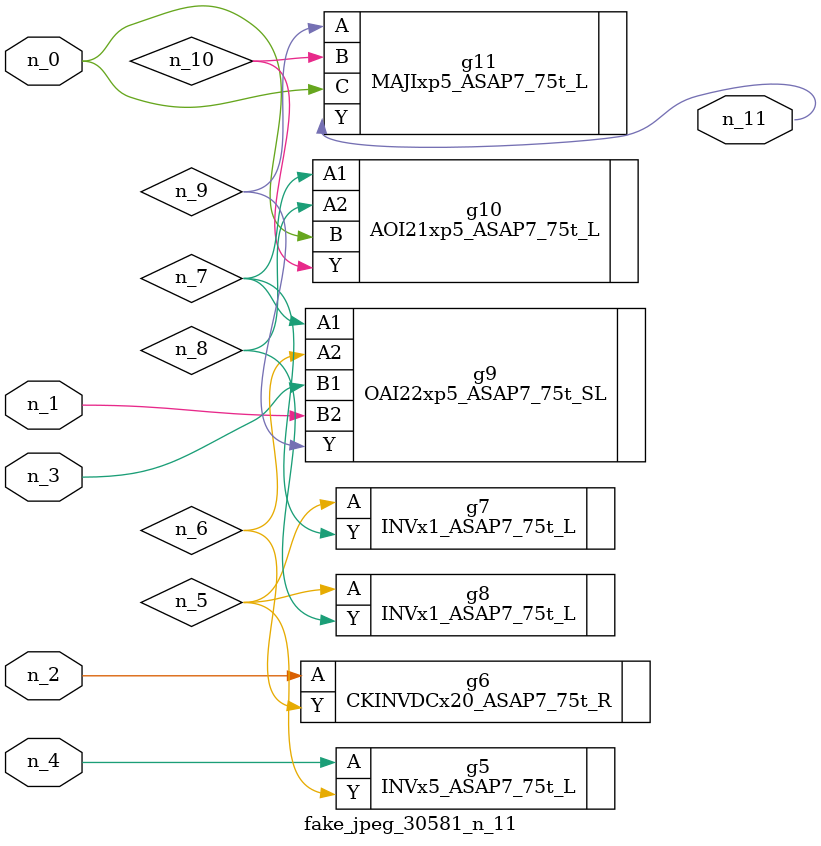
<source format=v>
module fake_jpeg_30581_n_11 (n_3, n_2, n_1, n_0, n_4, n_11);

input n_3;
input n_2;
input n_1;
input n_0;
input n_4;

output n_11;

wire n_10;
wire n_8;
wire n_9;
wire n_6;
wire n_5;
wire n_7;

INVx5_ASAP7_75t_L g5 ( 
.A(n_4),
.Y(n_5)
);

CKINVDCx20_ASAP7_75t_R g6 ( 
.A(n_2),
.Y(n_6)
);

INVx1_ASAP7_75t_L g7 ( 
.A(n_5),
.Y(n_7)
);

AOI21xp5_ASAP7_75t_L g10 ( 
.A1(n_7),
.A2(n_8),
.B(n_0),
.Y(n_10)
);

INVx1_ASAP7_75t_L g8 ( 
.A(n_5),
.Y(n_8)
);

OAI22xp5_ASAP7_75t_SL g9 ( 
.A1(n_7),
.A2(n_6),
.B1(n_3),
.B2(n_1),
.Y(n_9)
);

MAJIxp5_ASAP7_75t_L g11 ( 
.A(n_9),
.B(n_10),
.C(n_0),
.Y(n_11)
);


endmodule
</source>
